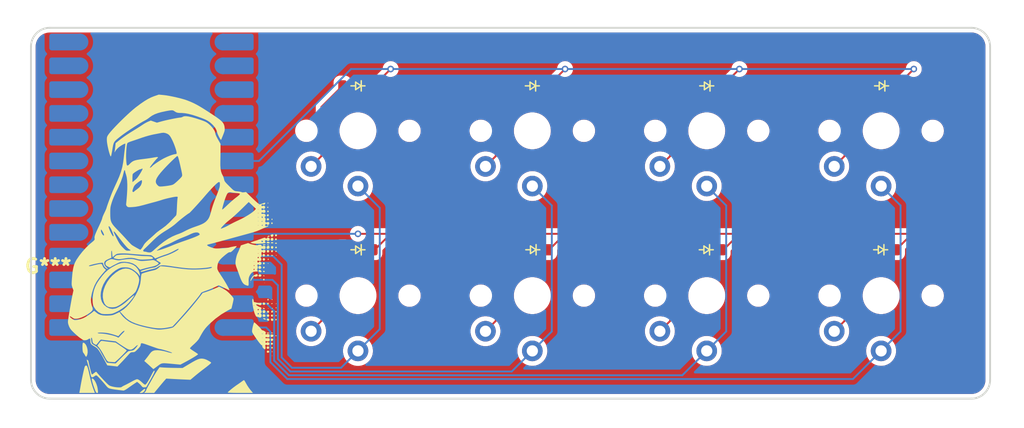
<source format=kicad_pcb>
(kicad_pcb (version 20241229) (generator "pcbnew") (generator_version "9.0")
  (title_block (title "Macro Key Board"))
  (layers (0 "F.Cu" signal) (2 "B.Cu" signal) (13 "F.Paste" user) (15 "B.Paste" user) (5 "F.SilkS" user "F.Silkscreen") (7 "B.SilkS" user "B.Silkscreen") (1 "F.Mask" user) (3 "B.Mask" user) (25 "Edge.Cuts" user))
  (net 0 "")
  (net 1 "Row0")
  (net 2 "Net-(D1-A)")
  (net 3 "Net-(D2-A)")
  (net 4 "Net-(D3-A)")
  (net 5 "Net-(D4-A)")
  (net 6 "Net-(D5-A)")
  (net 7 "Row1")
  (net 8 "Net-(D6-A)")
  (net 9 "Net-(D7-A)")
  (net 10 "Net-(D8-A)")
  (net 11 "Col1")
  (net 12 "Col0")
  (net 13 "Col2")
  (net 14 "Col3")
  (footprint "ScottoKeebs_Components:Diode_SOD-123" (layer "F.Cu") (at 135.65 65.5 180)
    (property "Reference" "D7" (hide yes))
    (property "Value" "Diode")
    (pad "1" smd roundrect (at -1.65 0 180) (size 0.9 1.2) (layers "F.Cu" "F.Mask" "F.Paste") (net 7 "Row1"))
    (pad "2" smd roundrect (at 1.65 0 180) (size 0.9 1.2) (layers "F.Cu" "F.Mask" "F.Paste") (net 9 "Net-(D7-A)"))
  )
  (footprint "PCM_Switch_Keyboard_Kailh:SW_Kailh_Choc_V1" (layer "F.Cu") (at 135.7 70.4 180)
    (property "Reference" "S7")
    (property "Value" "Keyswitch")
    (pad "" np_thru_hole circle (at -5.5 0 180) (size 1.9 1.9) (drill 1.9) (layers "*.Cu" "*.Mask"))
    (pad "" np_thru_hole circle (at 0 0 180) (size 3.45 3.45) (drill 3.45) (layers "*.Cu" "*.Mask"))
    (pad "" np_thru_hole circle (at 5.5 0 180) (size 1.9 1.9) (drill 1.9) (layers "*.Cu" "*.Mask"))
    (pad "1" thru_hole circle (at 0 -5.9 180) (size 2.2 2.2) (drill 1.2) (layers "*.Cu" "*.Mask") (net 13 "Col2"))
    (pad "2" thru_hole circle (at 5 -3.8 180) (size 2.2 2.2) (drill 1.2) (layers "*.Cu" "*.Mask") (net 9 "Net-(D7-A)"))
  )
  (footprint "ScottoKeebs_Components:Diode_SOD-123" (layer "F.Cu") (at 98.5 48 180)
    (property "Reference" "D1" (hide yes))
    (property "Value" "Diode")
    (pad "1" smd roundrect (at -1.65 0 180) (size 0.9 1.2) (layers "F.Cu" "F.Mask" "F.Paste") (net 1 "Row0"))
    (pad "2" smd roundrect (at 1.65 0 180) (size 0.9 1.2) (layers "F.Cu" "F.Mask" "F.Paste") (net 2 "Net-(D1-A)"))
  )
  (footprint "ScottoKeebs_Components:Diode_SOD-123" (layer "F.Cu") (at 117.15 65.5 180)
    (property "Reference" "D6" (hide yes))
    (property "Value" "Diode")
    (pad "1" smd roundrect (at -1.65 0 180) (size 0.9 1.2) (layers "F.Cu" "F.Mask" "F.Paste") (net 7 "Row1"))
    (pad "2" smd roundrect (at 1.65 0 180) (size 0.9 1.2) (layers "F.Cu" "F.Mask" "F.Paste") (net 8 "Net-(D6-A)"))
  )
  (footprint "ScottoKeebs_Components:Diode_SOD-123" (layer "F.Cu") (at 117.1 48 180)
    (property "Reference" "D2" (hide yes))
    (property "Value" "Diode")
    (pad "1" smd roundrect (at -1.65 0 180) (size 0.9 1.2) (layers "F.Cu" "F.Mask" "F.Paste") (net 1 "Row0"))
    (pad "2" smd roundrect (at 1.65 0 180) (size 0.9 1.2) (layers "F.Cu" "F.Mask" "F.Paste") (net 3 "Net-(D2-A)"))
  )
  (footprint "LOGO" (layer "F.Cu") (at 77.575 67.1)
    (property "Reference" "G***" (hide yes))
    (property "Value" "LOGO" (hide yes))
  )
  (footprint "ScottoKeebs_Components:Diode_SOD-123" (layer "F.Cu") (at 98.5 65.5 180)
    (property "Reference" "D5" (hide yes))
    (property "Value" "Diode")
    (pad "1" smd roundrect (at -1.65 0 180) (size 0.9 1.2) (layers "F.Cu" "F.Mask" "F.Paste") (net 7 "Row1"))
    (pad "2" smd roundrect (at 1.65 0 180) (size 0.9 1.2) (layers "F.Cu" "F.Mask" "F.Paste") (net 6 "Net-(D5-A)"))
  )
  (footprint "ScottoKeebs_Components:Diode_SOD-123" (layer "F.Cu") (at 135.7 48 180)
    (property "Reference" "D3" (hide yes))
    (property "Value" "Diode")
    (pad "1" smd roundrect (at -1.65 0 180) (size 0.9 1.2) (layers "F.Cu" "F.Mask" "F.Paste") (net 1 "Row0"))
    (pad "2" smd roundrect (at 1.65 0 180) (size 0.9 1.2) (layers "F.Cu" "F.Mask" "F.Paste") (net 4 "Net-(D3-A)"))
  )
  (footprint "PCM_Switch_Keyboard_Kailh:SW_Kailh_Choc_V1" (layer "F.Cu") (at 154.3 70.4 180)
    (property "Reference" "S8")
    (property "Value" "Keyswitch")
    (pad "" np_thru_hole circle (at -5.5 0 180) (size 1.9 1.9) (drill 1.9) (layers "*.Cu" "*.Mask"))
    (pad "" np_thru_hole circle (at 0 0 180) (size 3.45 3.45) (drill 3.45) (layers "*.Cu" "*.Mask"))
    (pad "" np_thru_hole circle (at 5.5 0 180) (size 1.9 1.9) (drill 1.9) (layers "*.Cu" "*.Mask"))
    (pad "1" thru_hole circle (at 0 -5.9 180) (size 2.2 2.2) (drill 1.2) (layers "*.Cu" "*.Mask") (net 14 "Col3"))
    (pad "2" thru_hole circle (at 5 -3.8 180) (size 2.2 2.2) (drill 1.2) (layers "*.Cu" "*.Mask") (net 10 "Net-(D8-A)"))
  )
  (footprint "LOGO" (layer "F.Cu") (at 65.457152 67.25721)
    (property "Reference" "G***" (at 0 0 0) (layer "F.SilkS") (effects (font (size 1.5 1.5) (thickness 0.3))))
    (property "Value" "LOGO" (hide yes))
  )
  (footprint "PCM_Switch_Keyboard_Kailh:SW_Kailh_Choc_V1" (layer "F.Cu") (at 98.5 52.8 180)
    (property "Reference" "S1")
    (property "Value" "Keyswitch")
    (pad "" np_thru_hole circle (at -5.5 0 180) (size 1.9 1.9) (drill 1.9) (layers "*.Cu" "*.Mask"))
    (pad "" np_thru_hole circle (at 0 0 180) (size 3.45 3.45) (drill 3.45) (layers "*.Cu" "*.Mask"))
    (pad "" np_thru_hole circle (at 5.5 0 180) (size 1.9 1.9) (drill 1.9) (layers "*.Cu" "*.Mask"))
    (pad "1" thru_hole circle (at 0 -5.9 180) (size 2.2 2.2) (drill 1.2) (layers "*.Cu" "*.Mask") (net 12 "Col0"))
    (pad "2" thru_hole circle (at 5 -3.8 180) (size 2.2 2.2) (drill 1.2) (layers "*.Cu" "*.Mask") (net 2 "Net-(D1-A)"))
  )
  (footprint "ScottoKeebs_Components:Diode_SOD-123" (layer "F.Cu") (at 154.35 48 180)
    (property "Reference" "D4" (hide yes))
    (property "Value" "Diode")
    (pad "1" smd roundrect (at -1.65 0 180) (size 0.9 1.2) (layers "F.Cu" "F.Mask" "F.Paste") (net 1 "Row0"))
    (pad "2" smd roundrect (at 1.65 0 180) (size 0.9 1.2) (layers "F.Cu" "F.Mask" "F.Paste") (net 5 "Net-(D4-A)"))
  )
  (footprint "PCM_Switch_Keyboard_Kailh:SW_Kailh_Choc_V1" (layer "F.Cu") (at 117.1 52.8 180)
    (property "Reference" "S2")
    (property "Value" "Keyswitch")
    (pad "" np_thru_hole circle (at -5.5 0 180) (size 1.9 1.9) (drill 1.9) (layers "*.Cu" "*.Mask"))
    (pad "" np_thru_hole circle (at 0 0 180) (size 3.45 3.45) (drill 3.45) (layers "*.Cu" "*.Mask"))
    (pad "" np_thru_hole circle (at 5.5 0 180) (size 1.9 1.9) (drill 1.9) (layers "*.Cu" "*.Mask"))
    (pad "1" thru_hole circle (at 0 -5.9 180) (size 2.2 2.2) (drill 1.2) (layers "*.Cu" "*.Mask") (net 11 "Col1"))
    (pad "2" thru_hole circle (at 5 -3.8 180) (size 2.2 2.2) (drill 1.2) (layers "*.Cu" "*.Mask") (net 3 "Net-(D2-A)"))
  )
  (footprint "PCM_Switch_Keyboard_Kailh:SW_Kailh_Choc_V1" (layer "F.Cu") (at 135.7 52.8 180)
    (property "Reference" "S3")
    (property "Value" "Keyswitch")
    (pad "" np_thru_hole circle (at -5.5 0 180) (size 1.9 1.9) (drill 1.9) (layers "*.Cu" "*.Mask"))
    (pad "" np_thru_hole circle (at 0 0 180) (size 3.45 3.45) (drill 3.45) (layers "*.Cu" "*.Mask"))
    (pad "" np_thru_hole circle (at 5.5 0 180) (size 1.9 1.9) (drill 1.9) (layers "*.Cu" "*.Mask"))
    (pad "1" thru_hole circle (at 0 -5.9 180) (size 2.2 2.2) (drill 1.2) (layers "*.Cu" "*.Mask") (net 13 "Col2"))
    (pad "2" thru_hole circle (at 5 -3.8 180) (size 2.2 2.2) (drill 1.2) (layers "*.Cu" "*.Mask") (net 4 "Net-(D3-A)"))
  )
  (footprint "PCM_Switch_Keyboard_Kailh:SW_Kailh_Choc_V1" (layer "F.Cu") (at 117.1 70.4 180)
    (property "Reference" "S6")
    (property "Value" "Keyswitch")
    (pad "" np_thru_hole circle (at -5.5 0 180) (size 1.9 1.9) (drill 1.9) (layers "*.Cu" "*.Mask"))
    (pad "" np_thru_hole circle (at 0 0 180) (size 3.45 3.45) (drill 3.45) (layers "*.Cu" "*.Mask"))
    (pad "" np_thru_hole circle (at 5.5 0 180) (size 1.9 1.9) (drill 1.9) (layers "*.Cu" "*.Mask"))
    (pad "1" thru_hole circle (at 0 -5.9 180) (size 2.2 2.2) (drill 1.2) (layers "*.Cu" "*.Mask") (net 11 "Col1"))
    (pad "2" thru_hole circle (at 5 -3.8 180) (size 2.2 2.2) (drill 1.2) (layers "*.Cu" "*.Mask") (net 8 "Net-(D6-A)"))
  )
  (footprint "ScottoKeebs_Components:Diode_SOD-123" (layer "F.Cu") (at 154.25 65.5 180)
    (property "Reference" "D8" (hide yes))
    (property "Value" "Diode")
    (pad "1" smd roundrect (at -1.65 0 180) (size 0.9 1.2) (layers "F.Cu" "F.Mask" "F.Paste") (net 7 "Row1"))
    (pad "2" smd roundrect (at 1.65 0 180) (size 0.9 1.2) (layers "F.Cu" "F.Mask" "F.Paste") (net 10 "Net-(D8-A)"))
  )
  (footprint "PCM_Switch_Keyboard_Kailh:SW_Kailh_Choc_V1" (layer "F.Cu") (at 98.5 70.4 180)
    (property "Reference" "S5")
    (property "Value" "Keyswitch")
    (pad "" np_thru_hole circle (at -5.5 0 180) (size 1.9 1.9) (drill 1.9) (layers "*.Cu" "*.Mask"))
    (pad "" np_thru_hole circle (at 0 0 180) (size 3.45 3.45) (drill 3.45) (layers "*.Cu" "*.Mask"))
    (pad "" np_thru_hole circle (at 5.5 0 180) (size 1.9 1.9) (drill 1.9) (layers "*.Cu" "*.Mask"))
    (pad "1" thru_hole circle (at 0 -5.9 180) (size 2.2 2.2) (drill 1.2) (layers "*.Cu" "*.Mask") (net 12 "Col0"))
    (pad "2" thru_hole circle (at 5 -3.8 180) (size 2.2 2.2) (drill 1.2) (layers "*.Cu" "*.Mask") (net 6 "Net-(D5-A)"))
  )
  (footprint "PCM_Switch_Keyboard_Kailh:SW_Kailh_Choc_V1" (layer "F.Cu") (at 154.3 52.8 180)
    (property "Reference" "S4")
    (property "Value" "Keyswitch")
    (pad "" np_thru_hole circle (at -5.5 0 180) (size 1.9 1.9) (drill 1.9) (layers "*.Cu" "*.Mask"))
    (pad "" np_thru_hole circle (at 0 0 180) (size 3.45 3.45) (drill 3.45) (layers "*.Cu" "*.Mask"))
    (pad "" np_thru_hole circle (at 5.5 0 180) (size 1.9 1.9) (drill 1.9) (layers "*.Cu" "*.Mask"))
    (pad "1" thru_hole circle (at 0 -5.9 180) (size 2.2 2.2) (drill 1.2) (layers "*.Cu" "*.Mask") (net 14 "Col3"))
    (pad "2" thru_hole circle (at 5 -3.8 180) (size 2.2 2.2) (drill 1.2) (layers "*.Cu" "*.Mask") (net 5 "Net-(D4-A)"))
  )
  (footprint "ScottoKeebs_MCU:Adafruit_KB2040_SMD" (layer "B.Cu") (at 76.48625 58.55 180)
    (property "Reference" "U1" (hide yes))
    (property "Value" "kb2040" (hide yes))
    (pad "1" smd roundrect (at -9.11 15.23 180) (size 3.556 1.778) (layers "B.Cu" "B.Mask") (roundrect_rratio 0.1406074241))
    (pad "1" smd circle (at -7.61 15.23 180) (size 1.778 1.778) (layers "B.Cu" "B.Mask" "B.Paste"))
    (pad "2" smd roundrect (at -9.11 12.69 180) (size 3.556 1.778) (layers "B.Cu" "B.Mask") (roundrect_rratio 0.1406074241))
    (pad "2" smd circle (at -7.61 12.69 180) (size 1.778 1.778) (layers "B.Cu" "B.Mask" "B.Paste"))
    (pad "3" smd roundrect (at -9.11 10.15 180) (size 3.556 1.778) (layers "B.Cu" "B.Mask") (roundrect_rratio 0.1406074241))
    (pad "3" smd circle (at -7.61 10.15 180) (size 1.778 1.778) (layers "B.Cu" "B.Mask" "B.Paste"))
    (pad "4" smd roundrect (at -9.11 7.61 180) (size 3.556 1.778) (layers "B.Cu" "B.Mask") (roundrect_rratio 0.1406074241))
    (pad "4" smd circle (at -7.61 7.61 180) (size 1.778 1.778) (layers "B.Cu" "B.Mask" "B.Paste"))
    (pad "5" smd roundrect (at -9.11 5.07 180) (size 3.556 1.778) (layers "B.Cu" "B.Mask") (roundrect_rratio 0.1406074241))
    (pad "5" smd circle (at -7.61 5.07 180) (size 1.778 1.778) (layers "B.Cu" "B.Mask" "B.Paste"))
    (pad "6" smd roundrect (at -9.11 2.53 180) (size 3.556 1.778) (layers "B.Cu" "B.Mask") (roundrect_rratio 0.1406074241) (net 1 "Row0"))
    (pad "6" smd circle (at -7.61 2.53 180) (size 1.778 1.778) (layers "B.Cu" "B.Mask" "B.Paste") (net 1 "Row0"))
    (pad "7" smd roundrect (at -9.11 -0.01 180) (size 3.556 1.778) (layers "B.Cu" "B.Mask") (roundrect_rratio 0.1406074241))
    (pad "7" smd circle (at -7.61 -0.01 180) (size 1.778 1.778) (layers "B.Cu" "B.Mask" "B.Paste"))
    (pad "8" smd roundrect (at -9.11 -2.55 180) (size 3.556 1.778) (layers "B.Cu" "B.Mask") (roundrect_rratio 0.1406074241))
    (pad "8" smd circle (at -7.61 -2.55 180) (size 1.778 1.778) (layers "B.Cu" "B.Mask" "B.Paste"))
    (pad "9" smd roundrect (at -9.11 -5.09 180) (size 3.556 1.778) (layers "B.Cu" "B.Mask") (roundrect_rratio 0.1406074241) (net 7 "Row1"))
    (pad "9" smd circle (at -7.61 -5.09 180) (size 1.778 1.778) (layers "B.Cu" "B.Mask" "B.Paste") (net 7 "Row1"))
    (pad "10" smd roundrect (at -9.11 -7.63 180) (size 3.556 1.778) (layers "B.Cu" "B.Mask") (roundrect_rratio 0.1406074241) (net 12 "Col0"))
    (pad "10" smd circle (at -7.61 -7.63 180) (size 1.778 1.778) (layers "B.Cu" "B.Mask" "B.Paste") (net 12 "Col0"))
    (pad "11" smd roundrect (at -9.11 -10.17 180) (size 3.556 1.778) (layers "B.Cu" "B.Mask") (roundrect_rratio 0.1406074241) (net 11 "Col1"))
    (pad "11" smd circle (at -7.61 -10.17 180) (size 1.778 1.778) (layers "B.Cu" "B.Mask" "B.Paste") (net 11 "Col1"))
    (pad "12" smd roundrect (at -9.11 -12.71 180) (size 3.556 1.778) (layers "B.Cu" "B.Mask") (roundrect_rratio 0.1406074241) (net 13 "Col2"))
    (pad "12" smd circle (at -7.61 -12.71 180) (size 1.778 1.778) (layers "B.Cu" "B.Mask" "B.Paste") (net 13 "Col2"))
    (pad "13" smd roundrect (at -9.11 -15.25 180) (size 3.556 1.778) (layers "B.Cu" "B.Mask") (roundrect_rratio 0.1406074241) (net 14 "Col3"))
    (pad "13" smd circle (at -7.61 -15.25 180) (size 1.778 1.778) (layers "B.Cu" "B.Mask" "B.Paste") (net 14 "Col3"))
    (pad "14" smd circle (at 7.63 15.23 180) (size 1.778 1.778) (layers "B.Cu" "B.Mask" "B.Paste"))
    (pad "14" smd roundrect (at 9.13 15.23 180) (size 3.556 1.778) (layers "B.Cu" "B.Mask") (roundrect_rratio 0.1406074241))
    (pad "15" smd circle (at 7.63 12.69 180) (size 1.778 1.778) (layers "B.Cu" "B.Mask" "B.Paste"))
    (pad "15" smd roundrect (at 9.13 12.69 180) (size 3.556 1.778) (layers "B.Cu" "B.Mask") (roundrect_rratio 0.1406074241))
    (pad "16" smd circle (at 7.63 10.15 180) (size 1.778 1.778) (layers "B.Cu" "B.Mask" "B.Paste"))
    (pad "16" smd roundrect (at 9.13 10.15 180) (size 3.556 1.778) (layers "B.Cu" "B.Mask") (roundrect_rratio 0.1406074241))
    (pad "17" smd circle (at 7.63 7.61 180) (size 1.778 1.778) (layers "B.Cu" "B.Mask" "B.Paste"))
    (pad "17" smd roundrect (at 9.13 7.61 180) (size 3.556 1.778) (layers "B.Cu" "B.Mask") (roundrect_rratio 0.1406074241))
    (pad "18" smd circle (at 7.63 5.07 180) (size 1.778 1.778) (layers "B.Cu" "B.Mask" "B.Paste"))
    (pad "18" smd roundrect (at 9.13 5.07 180) (size 3.556 1.778) (layers "B.Cu" "B.Mask") (roundrect_rratio 0.1406074241))
    (pad "19" smd circle (at 7.63 2.53 180) (size 1.778 1.778) (layers "B.Cu" "B.Mask" "B.Paste"))
    (pad "19" smd roundrect (at 9.13 2.53 180) (size 3.556 1.778) (layers "B.Cu" "B.Mask") (roundrect_rratio 0.1406074241))
    (pad "20" smd circle (at 7.63 -0.01 180) (size 1.778 1.778) (layers "B.Cu" "B.Mask" "B.Paste"))
    (pad "20" smd roundrect (at 9.13 -0.01 180) (size 3.556 1.778) (layers "B.Cu" "B.Mask") (roundrect_rratio 0.1406074241))
    (pad "21" smd circle (at 7.63 -2.55 180) (size 1.778 1.778) (layers "B.Cu" "B.Mask" "B.Paste"))
    (pad "21" smd roundrect (at 9.13 -2.55 180) (size 3.556 1.778) (layers "B.Cu" "B.Mask") (roundrect_rratio 0.1406074241))
    (pad "22" smd circle (at 7.63 -5.09 180) (size 1.778 1.778) (layers "B.Cu" "B.Mask" "B.Paste"))
    (pad "22" smd roundrect (at 9.13 -5.09 180) (size 3.556 1.778) (layers "B.Cu" "B.Mask") (roundrect_rratio 0.1406074241))
    (pad "23" smd circle (at 7.63 -7.63 180) (size 1.778 1.778) (layers "B.Cu" "B.Mask" "B.Paste"))
    (pad "23" smd roundrect (at 9.13 -7.63 180) (size 3.556 1.778) (layers "B.Cu" "B.Mask") (roundrect_rratio 0.1406074241))
    (pad "24" smd circle (at 7.63 -10.17 180) (size 1.778 1.778) (layers "B.Cu" "B.Mask" "B.Paste"))
    (pad "24" smd roundrect (at 9.13 -10.17 180) (size 3.556 1.778) (layers "B.Cu" "B.Mask") (roundrect_rratio 0.1406074241))
    (pad "25" smd circle (at 7.63 -12.71 180) (size 1.778 1.778) (layers "B.Cu" "B.Mask" "B.Paste"))
    (pad "25" smd roundrect (at 9.13 -12.71 180) (size 3.556 1.778) (layers "B.Cu" "B.Mask") (roundrect_rratio 0.1406074241))
    (pad "26" smd circle (at 7.63 -15.25 180) (size 1.778 1.778) (layers "B.Cu" "B.Mask" "B.Paste"))
    (pad "26" smd roundrect (at 9.13 -15.25 180) (size 3.556 1.778) (layers "B.Cu" "B.Mask") (roundrect_rratio 0.1406074241))
  )
  (gr_arc (start 163.925 41.8) (mid 165.339214 42.385786) (end 165.925 43.8) (stroke (width 0.2)) (layer "Edge.Cuts"))
  (gr_arc (start 165.925 79.4) (mid 165.339214 80.814214) (end 163.925 81.4) (stroke (width 0.2)) (layer "Edge.Cuts"))
  (gr_arc (start 65.625 81.4) (mid 64.210786 80.814214) (end 63.625 79.4) (stroke (width 0.2)) (layer "Edge.Cuts"))
  (gr_arc (start 63.625 43.8) (mid 64.210786 42.385786) (end 65.625 41.8) (stroke (width 0.2)) (layer "Edge.Cuts"))
  (gr_line (start 165.925 43.8) (end 165.925 79.4) (stroke (width 0.2)) (layer "Edge.Cuts"))
  (gr_line (start 163.925 81.4) (end 65.625 81.4) (stroke (width 0.2)) (layer "Edge.Cuts"))
  (gr_line (start 65.625 41.8) (end 163.925 41.8) (stroke (width 0.2)) (layer "Edge.Cuts"))
  (gr_line (start 63.625 79.4) (end 63.625 43.8) (stroke (width 0.2)) (layer "Edge.Cuts"))
  (segment (start 100.1875 48) (end 101.9875 46.2) (width 0.2) (layer "F.Cu") (net 1))
  (segment (start 156 48) (end 156 47.9875) (width 0.2) (layer "F.Cu") (net 1))
  (segment (start 118.75 48) (end 118.7875 48) (width 0.2) (layer "F.Cu") (net 1))
  (segment (start 137.3875 48) (end 139.1875 46.2) (width 0.2) (layer "F.Cu") (net 1))
  (segment (start 156 47.9875) (end 157.7875 46.2) (width 0.2) (layer "F.Cu") (net 1))
  (segment (start 137.35 48) (end 137.3875 48) (width 0.2) (layer "F.Cu") (net 1))
  (segment (start 118.7875 48) (end 120.5875 46.2) (width 0.2) (layer "F.Cu") (net 1))
  (segment (start 100.15 48) (end 100.1875 48) (width 0.2) (layer "F.Cu") (net 1))
  (via (at 101.9875 46.2) (size 0.7) (drill 0.4) (layers "F.Cu" "B.Cu") (net 1))
  (via (at 157.7875 46.2) (size 0.7) (drill 0.4) (layers "F.Cu" "B.Cu") (net 1))
  (via (at 139.1875 46.2) (size 0.7) (drill 0.4) (layers "F.Cu" "B.Cu") (net 1))
  (via (at 120.5875 46.2) (size 0.7) (drill 0.4) (layers "F.Cu" "B.Cu") (net 1))
  (segment (start 97.760108 46.2) (end 101.9875 46.2) (width 0.2) (layer "B.Cu") (net 1))
  (segment (start 101.9875 46.2) (end 120.5875 46.2) (width 0.2) (layer "B.Cu") (net 1))
  (segment (start 139.1875 46.2) (end 120.5875 46.2) (width 0.2) (layer "B.Cu") (net 1))
  (segment (start 87.940108 56.02) (end 97.760108 46.2) (width 0.2) (layer "B.Cu") (net 1))
  (segment (start 85.59625 56.02) (end 87.940108 56.02) (width 0.2) (layer "B.Cu") (net 1))
  (segment (start 157.7875 46.2) (end 139.1875 46.2) (width 0.2) (layer "B.Cu") (net 1))
  (segment (start 94.599999 55.500001) (end 94.599999 50.250001) (width 0.2) (layer "F.Cu") (net 2))
  (segment (start 94.599999 50.250001) (end 96.85 48) (width 0.2) (layer "F.Cu") (net 2))
  (segment (start 93.5 56.6) (end 94.599999 55.500001) (width 0.2) (layer "F.Cu") (net 2))
  (segment (start 113.199999 50.250001) (end 115.45 48) (width 0.2) (layer "F.Cu") (net 3))
  (segment (start 112.1 56.6) (end 113.199999 55.500001) (width 0.2) (layer "F.Cu") (net 3))
  (segment (start 113.199999 55.500001) (end 113.199999 50.250001) (width 0.2) (layer "F.Cu") (net 3))
  (segment (start 131.799999 55.500001) (end 131.799999 50.250001) (width 0.2) (layer "F.Cu") (net 4))
  (segment (start 131.799999 50.250001) (end 134.05 48) (width 0.2) (layer "F.Cu") (net 4))
  (segment (start 130.7 56.6) (end 131.799999 55.500001) (width 0.2) (layer "F.Cu") (net 4))
  (segment (start 150.399999 50.300001) (end 152.7 48) (width 0.2) (layer "F.Cu") (net 5))
  (segment (start 150.399999 55.500001) (end 150.399999 50.300001) (width 0.2) (layer "F.Cu") (net 5))
  (segment (start 149.3 56.6) (end 150.399999 55.500001) (width 0.2) (layer "F.Cu") (net 5))
  (segment (start 94.599999 73.100001) (end 94.599999 67.750001) (width 0.2) (layer "F.Cu") (net 6))
  (segment (start 94.599999 67.750001) (end 96.85 65.5) (width 0.2) (layer "F.Cu") (net 6))
  (segment (start 93.5 74.2) (end 94.599999 73.100001) (width 0.2) (layer "F.Cu") (net 6))
  (segment (start 120.5875 63.8) (end 139.1875 63.8) (width 0.2) (layer "F.Cu") (net 7))
  (segment (start 137.3 65.5) (end 137.4875 65.5) (width 0.2) (layer "F.Cu") (net 7))
  (segment (start 118.8875 65.5) (end 120.5875 63.8) (width 0.2) (layer "F.Cu") (net 7))
  (segment (start 98.5 63.8) (end 101.9875 63.8) (width 0.2) (layer "F.Cu") (net 7))
  (segment (start 101.9875 63.8) (end 120.5875 63.8) (width 0.2) (layer "F.Cu") (net 7))
  (segment (start 98.5 63.8) (end 98.5 63.85) (width 0.2) (layer "F.Cu") (net 7))
  (segment (start 137.4875 65.5) (end 139.1875 63.8) (width 0.2) (layer "F.Cu") (net 7))
  (segment (start 139.1875 63.8) (end 157.6 63.8) (width 0.2) (layer "F.Cu") (net 7))
  (segment (start 157.6 63.8) (end 155.9 65.5) (width 0.2) (layer "F.Cu") (net 7))
  (segment (start 100.2875 65.5) (end 101.9875 63.8) (width 0.2) (layer "F.Cu") (net 7))
  (segment (start 118.8 65.5) (end 118.8875 65.5) (width 0.2) (layer "F.Cu") (net 7))
  (segment (start 100.15 65.5) (end 100.2875 65.5) (width 0.2) (layer "F.Cu") (net 7))
  (via (at 98.5 63.8) (size 0.7) (drill 0.4) (layers "F.Cu" "B.Cu") (net 7))
  (segment (start 85.75625 63.8) (end 98.5 63.8) (width 0.2) (layer "B.Cu") (net 7))
  (segment (start 85.59625 63.64) (end 85.75625 63.8) (width 0.2) (layer "B.Cu") (net 7))
  (segment (start 113.199999 73.100001) (end 113.199999 67.800001) (width 0.2) (layer "F.Cu") (net 8))
  (segment (start 113.199999 67.800001) (end 115.5 65.5) (width 0.2) (layer "F.Cu") (net 8))
  (segment (start 112.1 74.2) (end 113.199999 73.100001) (width 0.2) (layer "F.Cu") (net 8))
  (segment (start 131.799999 67.700001) (end 134 65.5) (width 0.2) (layer "F.Cu") (net 9))
  (segment (start 130.7 74.2) (end 131.799999 73.100001) (width 0.2) (layer "F.Cu") (net 9))
  (segment (start 131.799999 73.100001) (end 131.799999 67.700001) (width 0.2) (layer "F.Cu") (net 9))
  (segment (start 150.399999 67.700001) (end 152.6 65.5) (width 0.2) (layer "F.Cu") (net 10))
  (segment (start 150.399999 73.100001) (end 150.399999 67.700001) (width 0.2) (layer "F.Cu") (net 10))
  (segment (start 149.3 74.2) (end 150.399999 73.100001) (width 0.2) (layer "F.Cu") (net 10))
  (segment (start 91.2964 78.501) (end 114.899 78.501) (width 0.2) (layer "B.Cu") (net 11))
  (segment (start 119.176 60.776) (end 119.176 74.224) (width 0.2) (layer "B.Cu") (net 11))
  (segment (start 114.899 78.501) (end 117.1 76.3) (width 0.2) (layer "B.Cu") (net 11))
  (segment (start 117.1 58.7) (end 119.176 60.776) (width 0.2) (layer "B.Cu") (net 11))
  (segment (start 119.176 74.224) (end 117.1 76.3) (width 0.2) (layer "B.Cu") (net 11))
  (segment (start 89.9615 77.1661) (end 91.2964 78.501) (width 0.2) (layer "B.Cu") (net 11))
  (segment (start 89.3815 68.72) (end 89.9615 69.3) (width 0.2) (layer "B.Cu") (net 11))
  (segment (start 85.59625 68.72) (end 89.3815 68.72) (width 0.2) (layer "B.Cu") (net 11))
  (segment (start 89.9615 69.3) (end 89.9615 77.1661) (width 0.2) (layer "B.Cu") (net 11))
  (segment (start 98.5 58.7) (end 100.825 61.025) (width 0.2) (layer "B.Cu") (net 12))
  (segment (start 90.3625 77) (end 91.4625 78.1) (width 0.2) (layer "B.Cu") (net 12))
  (segment (start 90.3625 67.1) (end 90.3625 77) (width 0.2) (layer "B.Cu") (net 12))
  (segment (start 85.59625 66.18) (end 89.4425 66.18) (width 0.2) (layer "B.Cu") (net 12))
  (segment (start 91.4625 78.1) (end 96.7 78.1) (width 0.2) (layer "B.Cu") (net 12))
  (segment (start 89.4425 66.18) (end 90.3625 67.1) (width 0.2) (layer "B.Cu") (net 12))
  (segment (start 100.825 61.025) (end 100.825 73.975) (width 0.2) (layer "B.Cu") (net 12))
  (segment (start 100.825 73.975) (end 98.5 76.3) (width 0.2) (layer "B.Cu") (net 12))
  (segment (start 96.7 78.1) (end 98.5 76.3) (width 0.2) (layer "B.Cu") (net 12))
  (segment (start 88.7705 71.26) (end 89.5605 72.05) (width 0.2) (layer "B.Cu") (net 13))
  (segment (start 91.1303 78.902) (end 133.098 78.902) (width 0.2) (layer "B.Cu") (net 13))
  (segment (start 89.5605 77.3322) (end 91.1303 78.902) (width 0.2) (layer "B.Cu") (net 13))
  (segment (start 137.776 60.776) (end 137.776 74.224) (width 0.2) (layer "B.Cu") (net 13))
  (segment (start 137.776 74.224) (end 135.7 76.3) (width 0.2) (layer "B.Cu") (net 13))
  (segment (start 85.59625 71.26) (end 88.7705 71.26) (width 0.2) (layer "B.Cu") (net 13))
  (segment (start 133.098 78.902) (end 135.7 76.3) (width 0.2) (layer "B.Cu") (net 13))
  (segment (start 135.7 58.7) (end 137.776 60.776) (width 0.2) (layer "B.Cu") (net 13))
  (segment (start 89.5605 72.05) (end 89.5605 77.3322) (width 0.2) (layer "B.Cu") (net 13))
  (segment (start 89.1595 77.4983) (end 90.9642 79.303) (width 0.2) (layer "B.Cu") (net 14))
  (segment (start 156.376 60.776) (end 156.376 74.224) (width 0.2) (layer "B.Cu") (net 14))
  (segment (start 90.9642 79.303) (end 151.297 79.303) (width 0.2) (layer "B.Cu") (net 14))
  (segment (start 85.59625 73.8) (end 88.7095 73.8) (width 0.2) (layer "B.Cu") (net 14))
  (segment (start 88.7095 73.8) (end 89.1595 74.25) (width 0.2) (layer "B.Cu") (net 14))
  (segment (start 156.376 74.224) (end 154.3 76.3) (width 0.2) (layer "B.Cu") (net 14))
  (segment (start 89.1595 74.25) (end 89.1595 77.4983) (width 0.2) (layer "B.Cu") (net 14))
  (segment (start 154.3 58.7) (end 156.376 60.776) (width 0.2) (layer "B.Cu") (net 14))
  (segment (start 151.297 79.303) (end 154.3 76.3) (width 0.2) (layer "B.Cu") (net 14))
  (zone (net 0) (net_name "") (layers "F.Cu" "B.Cu") (priority 2) (connect_pads (clearance 0.5)) (min_thickness 0.25) (fill yes (thermal_gap 0.5) (thermal_bridge_width 0.5) (island_removal_mode 1) (island_area_min 10))
    (polygon (pts (xy 60.32 38.83) (xy 60.32 84.55) (xy 169.54 84.55) (xy 169.54 38.83)))
  )
)
</source>
